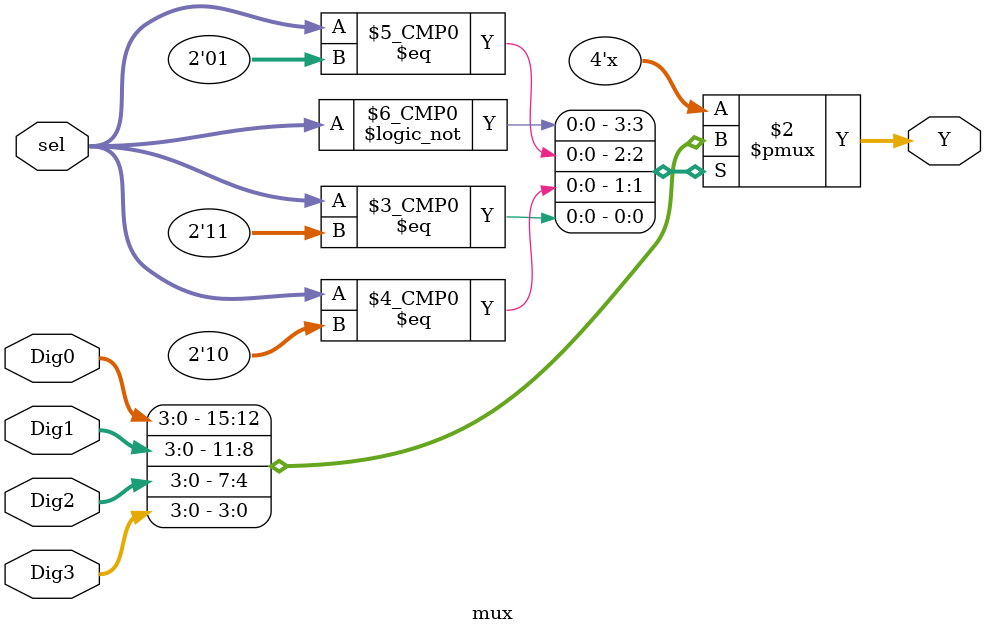
<source format=v>
`timescale 1ns / 1ps
module mux(
		input [3:0] Dig0,
		input [3:0] Dig1,
		input [3:0] Dig2,
		input [3:0] Dig3,
		input [1:0] sel,
		output reg [3:0] Y
    );

always @ (sel, Dig0, Dig1, Dig2, Dig3)
begin
	case (sel)
		2'b00:
				Y = Dig0;
		2'b01:
				Y = Dig1;
		2'b10: 
				Y = Dig2;
		2'b11:
				Y = Dig3;
		default:
				Y = 4'b0000000;
	endcase
end

endmodule

</source>
